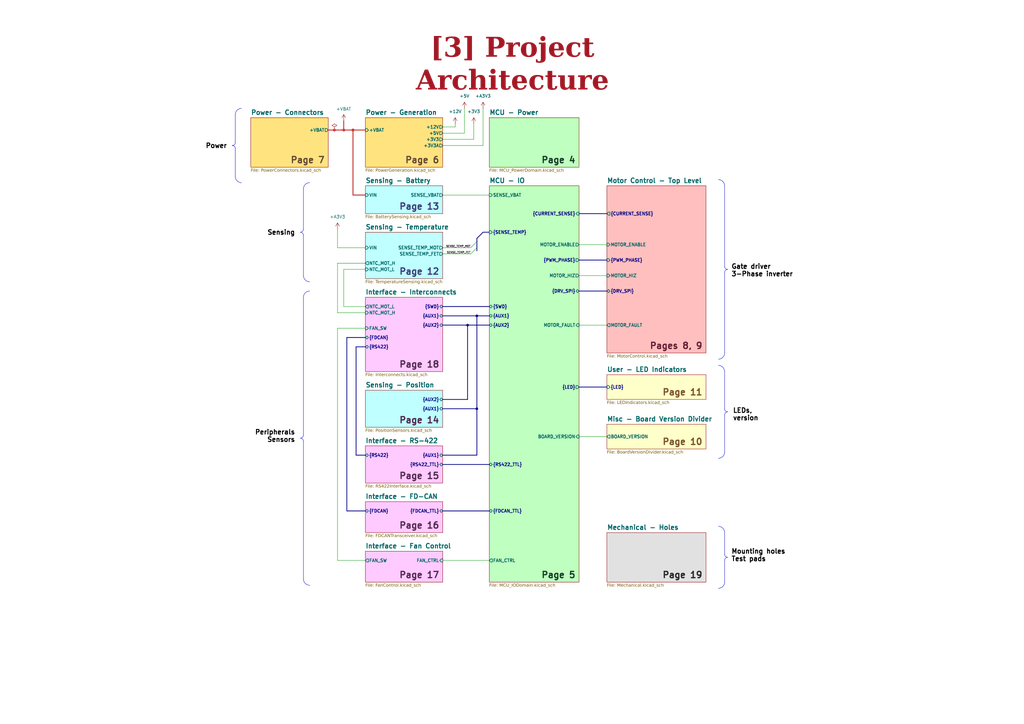
<source format=kicad_sch>
(kicad_sch (version 20230121) (generator eeschema)
  (paper "A3")
  (title_block (title "Project Architecture") (date "2023-11-25") (rev "1.0") (company "EPFL Xplore") (comment 3 "Author: Vincent Nguyen"))
  (lib_symbols
    (symbol "0_power_symbols:+A3V3" (power) (pin_names (offset 0))
      (property "Value" "+A3V3" (at 0 3.556 0))
      (symbol "+A3V3_0_1"
        (polyline (pts (xy -0.762 1.27) (xy 0 2.54)))
        (polyline (pts (xy 0 0) (xy 0 2.54)))
        (polyline (pts (xy 0 2.54) (xy 0.762 1.27)))
      )
      (symbol "+A3V3_1_1"
        (pin power_in line (at 0 0 90) (length 0) hide (name "+A3V3") (number "1"))
      )
    )
    (symbol "0_power_symbols:+VBAT" (power) (pin_names (offset 0))
      (property "Value" "+VBAT" (at 0 3.556 0))
      (symbol "+VBAT_0_1"
        (polyline (pts (xy -0.762 1.27) (xy 0 2.54)))
        (polyline (pts (xy 0 0) (xy 0 2.54)))
        (polyline (pts (xy 0 2.54) (xy 0.762 1.27)))
      )
      (symbol "+VBAT_1_1"
        (pin power_in line (at 0 0 90) (length 0) hide (name "+VBAT") (number "1"))
      )
    )
    (symbol "power:+12V" (power) (pin_names (offset 0))
      (property "Value" "+12V" (at 0 3.556 0))
      (symbol "+12V_0_1"
        (polyline (pts (xy -0.762 1.27) (xy 0 2.54)))
        (polyline (pts (xy 0 0) (xy 0 2.54)))
        (polyline (pts (xy 0 2.54) (xy 0.762 1.27)))
      )
      (symbol "+12V_1_1"
        (pin power_in line (at 0 0 90) (length 0) hide (name "+12V") (number "1"))
      )
    )
    (symbol "power:+3V3" (power) (pin_names (offset 0))
      (property "Value" "+3V3" (at 0 3.556 0))
      (symbol "+3V3_0_1"
        (polyline (pts (xy -0.762 1.27) (xy 0 2.54)))
        (polyline (pts (xy 0 0) (xy 0 2.54)))
        (polyline (pts (xy 0 2.54) (xy 0.762 1.27)))
      )
      (symbol "+3V3_1_1"
        (pin power_in line (at 0 0 90) (length 0) hide (name "+3V3") (number "1"))
      )
    )
    (symbol "power:+5V" (power) (pin_names (offset 0))
      (property "Value" "+5V" (at 0 3.556 0))
      (symbol "+5V_0_1"
        (polyline (pts (xy -0.762 1.27) (xy 0 2.54)))
        (polyline (pts (xy 0 0) (xy 0 2.54)))
        (polyline (pts (xy 0 2.54) (xy 0.762 1.27)))
      )
      (symbol "+5V_1_1"
        (pin power_in line (at 0 0 90) (length 0) hide (name "+5V") (number "1"))
      )
    )
    (symbol "power:PWR_FLAG" (power) (pin_numbers hide) (pin_names (offset 0) hide)
      (property "Value" "PWR_FLAG" (at 0 3.81 0))
      (symbol "PWR_FLAG_0_0"
        (pin power_out line (at 0 0 90) (length 0) (name "pwr") (number "1"))
      )
      (symbol "PWR_FLAG_0_1"
        (polyline (pts (xy 0 0) (xy 0 1.27) (xy -1.016 1.905) (xy 0 2.54) (xy 1.016 1.905) (xy 0 1.27)))
      )
    )
  )
  (junction (at 140.97 53.34) (diameter 1.016) (color 200 50 50 1))
  (junction (at 137.16 53.34) (diameter 1.016) (color 200 50 50 1))
  (junction (at 191.77 133.35))
  (junction (at 144.78 53.34) (diameter 1.016) (color 200 50 50 1))
  (junction (at 195.58 129.54))
  (junction (at 195.58 167.64))
  (bus_entry (at 193.04 101.6) (size 2.54 -2.54))
  (bus_entry (at 193.04 104.14) (size 2.54 -2.54))
  (wire (pts (xy 181.61 59.69) (xy 198.12 59.69)))
  (polyline (pts (xy 96.52 60.96) (xy 96.52 72.39)))
  (polyline (pts (xy 124.46 93.98) (xy 124.46 77.47)))
  (polyline (pts (xy 297.18 167.64) (xy 297.18 152.4)))
  (bus (pts (xy 181.61 129.54) (xy 195.58 129.54)))
  (polyline (pts (xy 124.46 180.975) (xy 124.46 237.49)))
  (wire (pts (xy 140.97 49.53) (xy 140.97 53.34)) (stroke (width 0.381) (color 200 50 50 1)))
  (polyline (pts (xy 124.46 121.92) (xy 124.46 178.435)))
  (bus (pts (xy 181.61 133.35) (xy 191.77 133.35)))
  (polyline (pts (xy 96.52 58.42) (xy 96.52 46.99)))
  (wire (pts (xy 181.61 104.14) (xy 193.04 104.14)))
  (wire (pts (xy 186.69 50.8) (xy 186.69 52.07)))
  (polyline (pts (xy 297.18 218.44) (xy 297.18 227.33)))
  (bus (pts (xy 195.58 97.79) (xy 198.12 95.25)))
  (wire (pts (xy 237.49 179.07) (xy 248.92 179.07)))
  (polyline (pts (xy 297.18 111.76) (xy 297.18 144.78)))
  (bus (pts (xy 191.77 133.35) (xy 200.66 133.35)))
  (wire (pts (xy 137.16 53.34) (xy 140.97 53.34)) (stroke (width 0.381) (color 200 50 50 1)))
  (bus (pts (xy 146.05 186.69) (xy 149.86 186.69)))
  (wire (pts (xy 194.31 50.8) (xy 194.31 57.15)))
  (bus (pts (xy 181.61 125.73) (xy 200.66 125.73)))
  (wire (pts (xy 190.5 44.45) (xy 190.5 54.61)))
  (wire (pts (xy 140.97 110.49) (xy 149.86 110.49)))
  (bus (pts (xy 195.58 97.79) (xy 195.58 99.06)))
  (bus (pts (xy 195.58 129.54) (xy 195.58 167.64)))
  (bus (pts (xy 146.05 142.24) (xy 146.05 186.69)))
  (bus (pts (xy 142.24 138.43) (xy 149.86 138.43)))
  (bus (pts (xy 149.86 209.55) (xy 142.24 209.55)))
  (wire (pts (xy 137.16 53.34) (xy 134.62 53.34)) (stroke (width 0.381) (color 200 50 50 1)))
  (polyline (pts (xy 124.46 96.52) (xy 124.46 113.03)))
  (bus (pts (xy 191.77 163.83) (xy 191.77 133.35)))
  (bus (pts (xy 181.61 163.83) (xy 191.77 163.83)))
  (wire (pts (xy 149.86 128.27) (xy 138.43 128.27)))
  (bus (pts (xy 195.58 101.6) (xy 195.58 102.87)))
  (wire (pts (xy 198.12 44.45) (xy 198.12 59.69)))
  (bus (pts (xy 237.49 87.63) (xy 248.92 87.63)))
  (polyline (pts (xy 297.18 170.18) (xy 297.18 185.42)))
  (wire (pts (xy 144.78 53.34) (xy 144.78 80.01)) (stroke (width 0.381) (color 200 50 50 1)))
  (wire (pts (xy 237.49 113.03) (xy 248.92 113.03)))
  (wire (pts (xy 181.61 101.6) (xy 193.04 101.6)))
  (wire (pts (xy 181.61 80.01) (xy 200.66 80.01)))
  (wire (pts (xy 237.49 100.33) (xy 248.92 100.33)))
  (wire (pts (xy 144.78 53.34) (xy 149.86 53.34)) (stroke (width 0.381) (color 200 50 50 1)))
  (wire (pts (xy 138.43 93.98) (xy 138.43 101.6)))
  (bus (pts (xy 237.49 106.68) (xy 248.92 106.68)))
  (wire (pts (xy 140.97 125.73) (xy 140.97 110.49)))
  (bus (pts (xy 198.12 95.25) (xy 200.66 95.25)))
  (wire (pts (xy 149.86 125.73) (xy 140.97 125.73)))
  (wire (pts (xy 181.61 57.15) (xy 194.31 57.15)))
  (bus (pts (xy 195.58 167.64) (xy 195.58 186.69)))
  (polyline (pts (xy 297.18 76.2) (xy 297.18 109.22)))
  (wire (pts (xy 138.43 134.62) (xy 138.43 229.87)))
  (bus (pts (xy 237.49 158.75) (xy 248.92 158.75)))
  (bus (pts (xy 149.86 142.24) (xy 146.05 142.24)))
  (wire (pts (xy 186.69 52.07) (xy 181.61 52.07)))
  (wire (pts (xy 181.61 54.61) (xy 190.5 54.61)))
  (wire (pts (xy 144.78 80.01) (xy 149.86 80.01)) (stroke (width 0.381) (color 200 50 50 1)))
  (bus (pts (xy 181.61 190.5) (xy 200.66 190.5)))
  (wire (pts (xy 138.43 229.87) (xy 149.86 229.87)))
  (wire (pts (xy 181.61 229.87) (xy 200.66 229.87)))
  (bus (pts (xy 181.61 186.69) (xy 195.58 186.69)))
  (wire (pts (xy 140.97 53.34) (xy 144.78 53.34)) (stroke (width 0.381) (color 200 50 50 1)))
  (polyline (pts (xy 297.18 229.87) (xy 297.18 238.76)))
  (bus (pts (xy 142.24 138.43) (xy 142.24 209.55)))
  (wire (pts (xy 237.49 133.35) (xy 248.92 133.35)))
  (bus (pts (xy 181.61 167.64) (xy 195.58 167.64)))
  (wire (pts (xy 149.86 134.62) (xy 138.43 134.62)))
  (bus (pts (xy 181.61 209.55) (xy 200.66 209.55)))
  (bus (pts (xy 195.58 99.06) (xy 195.58 101.6)))
  (wire (pts (xy 138.43 101.6) (xy 149.86 101.6)))
  (bus (pts (xy 195.58 129.54) (xy 200.66 129.54)))
  (bus (pts (xy 237.49 119.38) (xy 248.92 119.38)))
  (wire (pts (xy 138.43 107.95) (xy 149.86 107.95)))
  (wire (pts (xy 138.43 128.27) (xy 138.43 107.95)))
  (arc (start 96.52 46.99) (mid 97.2639 45.1939) (end 99.06 44.45))
  (arc (start 297.2 238.74) (mid 296.4561 240.5361) (end 294.66 241.28))
  (arc (start 297.2 144.76) (mid 296.4561 146.5561) (end 294.66 147.3))
  (arc (start 127 240.03) (mid 125.2098 239.2802) (end 124.46 237.49))
  (arc (start 298.45 110.49) (mid 297.5549 110.1151) (end 297.18 109.22))
  (arc (start 124.46 93.98) (mid 124.0851 94.8751) (end 123.19 95.25))
  (arc (start 297.18 111.76) (mid 297.5549 110.8649) (end 298.45 110.49))
  (arc (start 298.45 168.91) (mid 297.5549 168.5351) (end 297.18 167.64))
  (arc (start 297.18 185.42) (mid 296.4361 187.2161) (end 294.64 187.96))
  (arc (start 124.46 178.435) (mid 124.084 179.3304) (end 123.19 179.705))
  (arc (start 297.2 229.85) (mid 297.5749 228.9549) (end 298.47 228.58))
  (arc (start 124.46 121.92) (mid 125.2039 120.1239) (end 127 119.38))
  (arc (start 99.06 74.93) (mid 97.2698 74.1802) (end 96.52 72.39))
  (arc (start 95.25 59.69) (mid 96.1451 60.0649) (end 96.52 60.96))
  (arc (start 123.19 95.25) (mid 124.0851 95.6249) (end 124.46 96.52))
  (arc (start 294.64 73.66) (mid 296.4302 74.4098) (end 297.18 76.2))
  (arc (start 298.47 228.58) (mid 297.5749 228.2051) (end 297.2 227.31))
  (arc (start 123.19 179.705) (mid 124.0834 180.0802) (end 124.46 180.975))
  (arc (start 297.18 170.18) (mid 297.5549 169.2849) (end 298.45 168.91))
  (arc (start 127 115.57) (mid 125.2098 114.8202) (end 124.46 113.03))
  (arc (start 124.46 77.47) (mid 125.2039 75.6739) (end 127 74.93))
  (arc (start 294.64 149.86) (mid 296.4302 150.6098) (end 297.18 152.4))
  (arc (start 96.52 58.42) (mid 96.1451 59.3151) (end 95.25 59.69))
  (arc (start 294.66 215.88) (mid 296.4502 216.6298) (end 297.2 218.42))
  (text_box "Power" (at 81.28 57.15 0) (size 13.335 5.08) (stroke (width -0.0001)) (effects (font (size 1.905 1.905) (thickness 0.381) bold) (justify right top)))
  (text_box "Peripherals\nSensors" (at 102.87 174.625 0) (size 19.685 10.16) (stroke (width -0.0001)) (effects (font (size 1.905 1.905) (thickness 0.381) bold) (justify right top)))
  (text_box "Sensing" (at 109.22 92.71 0) (size 13.335 5.08) (stroke (width -0.0001)) (effects (font (size 1.905 1.905) (thickness 0.381) bold) (justify right top)))
  (text_box "[3] Project Architecture" (at 144.78 20.32 0) (size 130.81 12.7) (stroke (width -0.0001)) (effects (font (size 8 8) (thickness 1.2) bold)))
  (text_box "LEDs, version" (at 299.085 165.735 0) (size 13.335 7.62) (stroke (width -0.0001)) (effects (font (size 1.905 1.905) (thickness 0.381) bold) (justify left top)))
  (text_box "Mounting holes\nTest pads" (at 298.45 223.52 0) (size 26.015 10.18) (stroke (width -0.0001)) (effects (font (size 1.905 1.905) (thickness 0.381) bold) (justify left top)))
  (text_box "Gate driver\n3-Phase inverter" (at 298.45 106.68 0) (size 29.21 10.16) (stroke (width -0.0001)) (effects (font (size 1.905 1.905) (thickness 0.381) bold) (justify left top)))
  (text "Page 18" (at 180.34 151.13 0) (effects (font (size 2.54 2.54) bold) (justify right bottom)))
  (text "Page 13" (at 180.34 86.36 0) (effects (font (size 2.54 2.54) bold) (justify right bottom)))
  (text "Page 16" (at 180.34 217.17 0) (effects (font (size 2.54 2.54) bold) (justify right bottom)))
  (text "Page 12" (at 180.34 113.03 0) (effects (font (size 2.54 2.54) bold) (justify right bottom)))
  (text "Page 10" (at 288.29 182.88 0) (effects (font (size 2.54 2.54) bold) (justify right bottom)))
  (text "Page 7" (at 133.35 67.31 0) (effects (font (size 2.54 2.54) bold) (justify right bottom)))
  (text "Page 17" (at 180.34 237.49 0) (effects (font (size 2.54 2.54) bold) (justify right bottom)))
  (text "Pages 8, 9" (at 288.29 143.51 0) (effects (font (size 2.54 2.54) bold) (justify right bottom)))
  (text "Page 11" (at 288.29 162.56 0) (effects (font (size 2.54 2.54) bold) (justify right bottom)))
  (text "Page 6" (at 180.34 67.31 0) (effects (font (size 2.54 2.54) bold) (justify right bottom)))
  (text "Page 4" (at 236.22 67.31 0) (effects (font (size 2.54 2.54) bold) (justify right bottom)))
  (text "Page 14" (at 180.34 173.99 0) (effects (font (size 2.54 2.54) bold) (justify right bottom)))
  (text "Page 19" (at 288.29 237.49 0) (effects (font (size 2.54 2.54) bold) (justify right bottom)))
  (text "Page 5" (at 236.22 237.49 0) (effects (font (size 2.54 2.54) bold) (justify right bottom)))
  (text "Page 15" (at 180.34 196.85 0) (effects (font (size 2.54 2.54) bold) (justify right bottom)))
  (label "SENSE_TEMP_FET" (at 193.04 104.14 180) (effects (font (size 0.762 0.762))))
  (label "SENSE_TEMP_MOT" (at 193.04 101.6 180) (effects (font (size 0.762 0.762))))
  (symbol (lib_id "0_power_symbols:+A3V3") (at 198.12 44.45 0) (unit 1)
    (property "Reference" "#PWR06" (effects hide))
    (property "Value" "+A3V3" (at 198.12 39.37 0))
    (instances (project "bldc_controller" (path "" (reference "#PWR06") (unit 1)) (path "" (reference "#PWR082") (unit 1))))
  )
  (symbol (lib_id "power:+5V") (at 190.5 44.45 0) (unit 1)
    (property "Reference" "#PWR04" (effects hide))
    (property "Value" "+5V" (at 190.5 39.37 0))
    (instances (project "bldc_controller" (path "" (reference "#PWR04") (unit 1)) (path "" (reference "#PWR080") (unit 1))))
  )
  (symbol (lib_id "power:PWR_FLAG") (at 137.16 53.34 0) (unit 1)
    (property "Reference" "#FLG01" (effects hide))
    (property "Value" "PWR_FLAG" (effects hide))
    (instances (project "bldc_controller" (path "" (reference "#FLG01") (unit 1)) (path "" (reference "#FLG07") (unit 1))))
  )
  (symbol (lib_id "0_power_symbols:+A3V3") (at 138.43 93.98 0) (unit 1)
    (property "Reference" "#PWR01" (effects hide))
    (property "Value" "+A3V3" (at 138.43 88.9 0))
    (instances (project "bldc_controller" (path "" (reference "#PWR01") (unit 1)) (path "" (reference "#PWR076") (unit 1))))
  )
  (symbol (lib_id "power:+3V3") (at 194.31 50.8 0) (unit 1)
    (property "Reference" "#PWR05" (effects hide))
    (property "Value" "+3V3" (at 194.31 45.72 0))
    (instances (project "bldc_controller" (path "" (reference "#PWR05") (unit 1)) (path "" (reference "#PWR081") (unit 1))))
  )
  (symbol (lib_id "power:+12V") (at 186.69 50.8 0) (unit 1)
    (property "Reference" "#PWR075" (effects hide))
    (property "Value" "+12V" (at 186.69 45.72 0))
    (instances (project "bldc_controller" (path "" (reference "#PWR075") (unit 1)) (path "" (reference "#PWR079") (unit 1))))
  )
  (symbol (lib_id "0_power_symbols:+VBAT") (at 140.97 49.53 0) (unit 1)
    (property "Reference" "#PWR02" (effects hide))
    (property "Value" "+VBAT" (at 140.97 44.704 0))
    (instances (project "bldc_controller" (path "" (reference "#PWR02") (unit 1)) (path "" (reference "#PWR077") (unit 1))))
  )
  (sheet (at 248.92 173.99) (size 40.64 10.16) (stroke (width 0.1524)) (fill (color 255 255 150 0.5000))
    (property "Sheetname" "Misc - Board Version Divider" (at 248.92 172.9609 0) (effects (font (size 1.905 1.905) bold) (justify left bottom)))
    (property "Sheetfile" "BoardVersionDivider.kicad_sch" (at 248.92 184.7346 0) (effects (justify left top)))
    (pin "BOARD_VERSION" output (at 248.92 179.07 180) (effects (font (thickness 0.254) bold)))
  )
  (sheet (at 149.86 160.02) (size 31.75 15.24) (stroke (width 0.1524)) (fill (color 128 255 255 0.5020))
    (property "Sheetname" "Sensing - Position" (at 149.86 158.9909 0) (effects (font (size 1.905 1.905) bold) (justify left bottom)))
    (property "Sheetfile" "PositionSensors.kicad_sch" (at 149.86 175.8446 0) (effects (justify left top)))
    (pin "{AUX1}" bidirectional (at 181.61 167.64 0) (effects (font (thickness 0.254) bold)))
    (pin "{AUX2}" bidirectional (at 181.61 163.83 0) (effects (font (thickness 0.254) bold)))
  )
  (sheet (at 248.92 153.67) (size 40.64 10.16) (stroke (width 0.1524)) (fill (color 255 255 150 0.5000))
    (property "Sheetname" "User - LED Indicators" (at 248.92 152.6409 0) (effects (font (size 1.905 1.905) bold) (justify left bottom)))
    (property "Sheetfile" "LEDIndicators.kicad_sch" (at 248.92 164.4146 0) (effects (justify left top)))
    (pin "{LED}" input (at 248.92 158.75 180) (effects (font (thickness 0.254) bold)))
  )
  (sheet (at 149.86 76.2) (size 31.75 11.43) (stroke (width 0.1524)) (fill (color 128 255 255 0.5000))
    (property "Sheetname" "Sensing - Battery" (at 149.86 75.1709 0) (effects (font (size 1.905 1.905) bold) (justify left bottom)))
    (property "Sheetfile" "BatterySensing.kicad_sch" (at 149.86 88.2146 0) (effects (justify left top)))
    (pin "VIN" input (at 149.86 80.01 180) (effects (font (thickness 0.254) bold)))
    (pin "SENSE_VBAT" output (at 181.61 80.01 0) (effects (font (thickness 0.254) bold)))
  )
  (sheet (at 248.92 76.2) (size 40.64 68.58) (stroke (width 0.1524)) (fill (color 255 128 128 0.5000))
    (property "Sheetname" "Motor Control - Top Level" (at 248.92 75.1709 0) (effects (font (size 1.905 1.905) bold) (justify left bottom)))
    (property "Sheetfile" "MotorControl.kicad_sch" (at 248.92 145.3646 0) (effects (justify left top)))
    (pin "MOTOR_FAULT" output (at 248.92 133.35 180) (effects (font (thickness 0.254) bold)))
    (pin "MOTOR_HIZ" input (at 248.92 113.03 180) (effects (font (thickness 0.254) bold)))
    (pin "{DRV_SPI}" bidirectional (at 248.92 119.38 180) (effects (font (thickness 0.254) bold)))
    (pin "MOTOR_ENABLE" input (at 248.92 100.33 180) (effects (font (thickness 0.254) bold)))
    (pin "{PWM_PHASE}" input (at 248.92 106.68 180) (effects (font (thickness 0.254) bold)))
    (pin "{CURRENT_SENSE}" output (at 248.92 87.63 180) (effects (font (thickness 0.254) bold)))
  )
  (sheet (at 200.66 48.26) (size 36.83 20.32) (stroke (width 0.1524)) (fill (color 128 255 128 0.5000))
    (property "Sheetname" "MCU - Power" (at 200.66 47.2309 0) (effects (font (size 1.905 1.905) bold) (justify left bottom)))
    (property "Sheetfile" "MCU_PowerDomain.kicad_sch" (at 200.66 69.1646 0) (effects (justify left top)))
  )
  (sheet (at 102.87 48.26) (size 31.75 20.32) (stroke (width 0.1524)) (fill (color 255 200 0 0.5000))
    (property "Sheetname" "Power - Connectors" (at 102.87 47.2309 0) (effects (font (size 1.905 1.905) bold) (justify left bottom)))
    (property "Sheetfile" "PowerConnectors.kicad_sch" (at 102.87 69.1646 0) (effects (justify left top)))
    (pin "+VBAT" output (at 134.62 53.34 0) (effects (font (thickness 0.254) bold)))
  )
  (sheet (at 149.86 205.74) (size 31.75 12.7) (stroke (width 0.1524)) (fill (color 255 150 255 0.5000))
    (property "Sheetname" "Interface - FD-CAN" (at 149.86 204.7109 0) (effects (font (size 1.905 1.905) bold) (justify left bottom)))
    (property "Sheetfile" "FDCANTransceiver.kicad_sch" (at 149.86 219.0246 0) (effects (justify left top)))
    (pin "{FDCAN_TTL}" bidirectional (at 181.61 209.55 0) (effects (font (thickness 0.254) bold)))
    (pin "{FDCAN}" bidirectional (at 149.86 209.55 180) (effects (font (thickness 0.254) bold)))
  )
  (sheet (at 149.86 182.88) (size 31.75 15.24) (stroke (width 0.1524)) (fill (color 255 150 255 0.5000))
    (property "Sheetname" "Interface - RS-422" (at 149.86 181.8509 0) (effects (font (size 1.905 1.905) bold) (justify left bottom)))
    (property "Sheetfile" "RS422Interface.kicad_sch" (at 149.86 198.7046 0) (effects (justify left top)))
    (pin "{RS422_TTL}" bidirectional (at 181.61 190.5 0) (effects (font (thickness 0.254) bold)))
    (pin "{RS422}" bidirectional (at 149.86 186.69 180) (effects (font (thickness 0.254) bold)))
    (pin "{AUX1}" bidirectional (at 181.61 186.69 0) (effects (font (thickness 0.254) bold)))
  )
  (sheet (at 149.86 226.06) (size 31.75 12.7) (stroke (width 0.1524)) (fill (color 255 150 255 0.5020))
    (property "Sheetname" "Interface - Fan Control" (at 149.86 225.0309 0) (effects (font (size 1.905 1.905) bold) (justify left bottom)))
    (property "Sheetfile" "FanControl.kicad_sch" (at 149.86 239.3446 0) (effects (justify left top)))
    (pin "FAN_CTRL" input (at 181.61 229.87 0) (effects (font (thickness 0.254) bold)))
    (pin "FAN_SW" output (at 149.86 229.87 180) (effects (font (thickness 0.254) bold)))
  )
  (sheet (at 149.86 48.26) (size 31.75 20.32) (stroke (width 0.1524)) (fill (color 255 200 0 0.5000))
    (property "Sheetname" "Power - Generation" (at 149.86 47.2309 0) (effects (font (size 1.905 1.905) bold) (justify left bottom)))
    (property "Sheetfile" "PowerGeneration.kicad_sch" (at 149.86 69.1646 0) (effects (justify left top)))
    (pin "+VBAT" input (at 149.86 53.34 180) (effects (font (thickness 0.254) bold)))
    (pin "+5V" output (at 181.61 54.61 0) (effects (font (thickness 0.254) bold)))
    (pin "+3V3" output (at 181.61 57.15 0) (effects (font (thickness 0.254) bold)))
    (pin "+3V3A" output (at 181.61 59.69 0) (effects (font (thickness 0.254) bold)))
    (pin "+12V" output (at 181.61 52.07 0) (effects (font (thickness 0.254) bold)))
  )
  (sheet (at 248.92 218.44) (size 40.64 20.32) (stroke (width 0.1524)) (fill (color 0 0 0 0.1200))
    (property "Sheetname" "Mechanical - Holes" (at 248.92 217.4109 0) (effects (font (size 1.905 1.905) bold) (justify left bottom)))
    (property "Sheetfile" "Mechanical.kicad_sch" (at 248.92 239.3446 0) (effects (justify left top)))
  )
  (sheet (at 149.86 121.92) (size 31.75 30.48) (stroke (width 0.1524)) (fill (color 255 150 255 0.5000))
    (property "Sheetname" "Interface - Interconnects" (at 149.86 120.8909 0) (effects (font (size 1.905 1.905) bold) (justify left bottom)))
    (property "Sheetfile" "Interconnects.kicad_sch" (at 149.86 152.9846 0) (effects (justify left top)))
    (pin "NTC_MOT_H" input (at 149.86 128.27 180) (effects (font (thickness 0.254) bold)))
    (pin "NTC_MOT_L" output (at 149.86 125.73 180) (effects (font (thickness 0.254) bold)))
    (pin "{AUX2}" bidirectional (at 181.61 133.35 0) (effects (font (thickness 0.254) bold)))
    (pin "{AUX1}" bidirectional (at 181.61 129.54 0) (effects (font (thickness 0.254) bold)))
    (pin "{FDCAN}" bidirectional (at 149.86 138.43 180) (effects (font (thickness 0.254) bold)))
    (pin "{SWD}" bidirectional (at 181.61 125.73 0) (effects (font (thickness 0.254) bold)))
    (pin "{RS422}" bidirectional (at 149.86 142.24 180) (effects (font (thickness 0.254) bold)))
    (pin "FAN_SW" input (at 149.86 134.62 180) (effects (font (thickness 0.254) bold)))
  )
  (sheet (at 200.66 76.2) (size 36.83 162.56) (stroke (width 0.1524)) (fill (color 128 255 128 0.5000))
    (property "Sheetname" "MCU - IO" (at 200.66 75.1709 0) (effects (font (size 1.905 1.905) bold) (justify left bottom)))
    (property "Sheetfile" "MCU_IODomain.kicad_sch" (at 200.66 239.3446 0) (effects (justify left top)))
    (pin "{RS422_TTL}" bidirectional (at 200.66 190.5 180) (effects (font (thickness 0.254) bold)))
    (pin "{SWD}" bidirectional (at 200.66 125.73 180) (effects (font (thickness 0.254) bold)))
    (pin "{LED}" output (at 237.49 158.75 0) (effects (font (thickness 0.254) bold)))
    (pin "BOARD_VERSION" input (at 237.49 179.07 0) (effects (font (thickness 0.254) bold)))
    (pin "MOTOR_FAULT" input (at 237.49 133.35 0) (effects (font (thickness 0.254) bold)))
    (pin "MOTOR_ENABLE" output (at 237.49 100.33 0) (effects (font (thickness 0.254) bold)))
    (pin "MOTOR_HIZ" output (at 237.49 113.03 0) (effects (font (thickness 0.254) bold)))
    (pin "{CURRENT_SENSE}" input (at 237.49 87.63 0) (effects (font (thickness 0.254) bold)))
    (pin "{PWM_PHASE}" output (at 237.49 106.68 0) (effects (font (thickness 0.254) bold)))
    (pin "{DRV_SPI}" bidirectional (at 237.49 119.38 0) (effects (font (thickness 0.254) bold)))
    (pin "{AUX1}" bidirectional (at 200.66 129.54 180) (effects (font (thickness 0.254) bold)))
    (pin "{AUX2}" bidirectional (at 200.66 133.35 180) (effects (font (thickness 0.254) bold)))
    (pin "{FDCAN_TTL}" bidirectional (at 200.66 209.55 180) (effects (font (thickness 0.254) bold)))
    (pin "{SENSE_TEMP}" input (at 200.66 95.25 180) (effects (font (thickness 0.254) bold)))
    (pin "SENSE_VBAT" input (at 200.66 80.01 180) (effects (font (thickness 0.254) bold)))
    (pin "FAN_CTRL" output (at 200.66 229.87 180) (effects (font (thickness 0.254) bold)))
  )
  (sheet (at 149.86 95.25) (size 31.75 19.05) (stroke (width 0.1524)) (fill (color 128 255 255 0.5000))
    (property "Sheetname" "Sensing - Temperature" (at 149.86 94.2209 0) (effects (font (size 1.905 1.905) bold) (justify left bottom)))
    (property "Sheetfile" "TemperatureSensing.kicad_sch" (at 149.86 114.8846 0) (effects (justify left top)))
    (pin "SENSE_TEMP_MOT" output (at 181.61 101.6 0) (effects (font (thickness 0.254) bold)))
    (pin "VIN" input (at 149.86 101.6 180) (effects (font (thickness 0.254) bold)))
    (pin "SENSE_TEMP_FET" output (at 181.61 104.14 0) (effects (font (thickness 0.254) bold)))
    (pin "NTC_MOT_L" input (at 149.86 110.49 180) (effects (font (thickness 0.254) bold)))
    (pin "NTC_MOT_H" output (at 149.86 107.95 180) (effects (font (thickness 0.254) bold)))
  )
)
</source>
